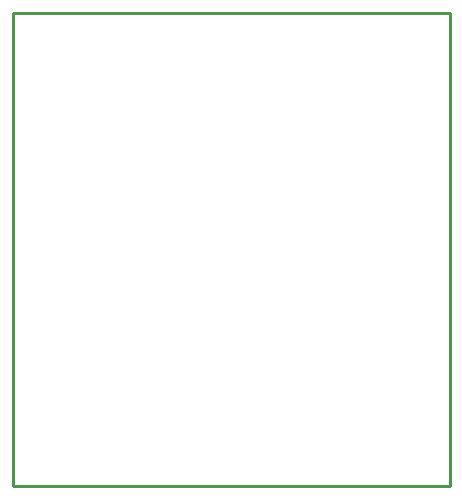
<source format=gbr>
G04 EAGLE Gerber RS-274X export*
G75*
%MOMM*%
%FSLAX34Y34*%
%LPD*%
%IN*%
%IPPOS*%
%AMOC8*
5,1,8,0,0,1.08239X$1,22.5*%
G01*
G04 Define Apertures*
%ADD10C,0.254000*%
D10*
X0Y0D02*
X370000Y0D01*
X370000Y400000D01*
X0Y400000D01*
X0Y0D01*
M02*

</source>
